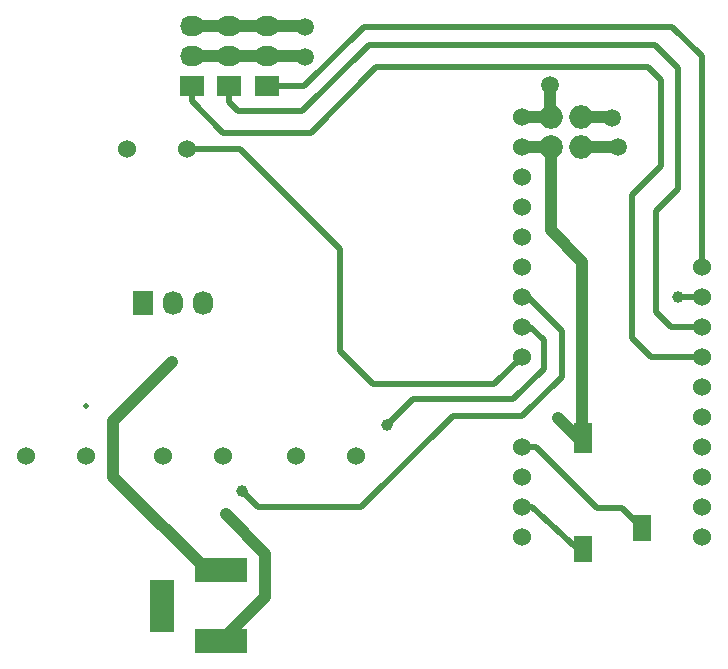
<source format=gbr>
G04 #@! TF.FileFunction,Copper,L1,Top,Signal*
%FSLAX46Y46*%
G04 Gerber Fmt 4.6, Leading zero omitted, Abs format (unit mm)*
G04 Created by KiCad (PCBNEW (after 2015-may-01 BZR unknown)-product) date 2015/10/21 19:15:41*
%MOMM*%
G01*
G04 APERTURE LIST*
%ADD10C,0.100000*%
%ADD11C,1.524000*%
%ADD12C,2.000000*%
%ADD13O,2.000000X2.000000*%
%ADD14R,2.000000X4.500000*%
%ADD15R,4.500000X2.000000*%
%ADD16R,1.727200X2.032000*%
%ADD17O,1.727200X2.032000*%
%ADD18R,2.032000X1.727200*%
%ADD19O,2.032000X1.727200*%
%ADD20R,1.500000X2.200000*%
%ADD21R,1.600000X2.200000*%
%ADD22R,1.500000X2.500000*%
%ADD23C,1.000000*%
%ADD24C,1.500000*%
%ADD25C,0.500000*%
%ADD26C,1.000000*%
G04 APERTURE END LIST*
D10*
D11*
X98933000Y-118478300D03*
X104013000Y-118478300D03*
D12*
X143319500Y-92329000D03*
D13*
X143319500Y-89789000D03*
X145859500Y-92329000D03*
X145859500Y-89789000D03*
D14*
X110419740Y-131154320D03*
D15*
X115394740Y-134179320D03*
X115394740Y-128179320D03*
D16*
X108770420Y-105521760D03*
D17*
X111310420Y-105521760D03*
X113850420Y-105521760D03*
D18*
X119316500Y-87198200D03*
D19*
X119316500Y-84658200D03*
X119316500Y-82118200D03*
D18*
X116116100Y-87185500D03*
D19*
X116116100Y-84645500D03*
X116116100Y-82105500D03*
D18*
X112928400Y-87198200D03*
D19*
X112928400Y-84658200D03*
X112928400Y-82118200D03*
D11*
X110477300Y-118478300D03*
X115557300Y-118478300D03*
X121805700Y-118491000D03*
X126885700Y-118491000D03*
X107480100Y-92494100D03*
X112560100Y-92494100D03*
X156121100Y-117703600D03*
X156121100Y-102463600D03*
X140881100Y-89763600D03*
X140881100Y-92303600D03*
X140881100Y-94843600D03*
X140881100Y-97383600D03*
X140881100Y-99923600D03*
X140881100Y-102463600D03*
X140881100Y-125323600D03*
X140881100Y-122783600D03*
X140881100Y-120243600D03*
X140881100Y-117703600D03*
X140881100Y-110083600D03*
X140881100Y-107543600D03*
X140881100Y-105003600D03*
X156121100Y-102463600D03*
X156121100Y-105003600D03*
X156121100Y-107543600D03*
X156121100Y-110083600D03*
X156121100Y-112623600D03*
X156121100Y-115163600D03*
X156121100Y-120243600D03*
X156121100Y-122783600D03*
X156121100Y-125323600D03*
D20*
X151064600Y-124550600D03*
D21*
X146064600Y-126350600D03*
D22*
X146064600Y-116950600D03*
D23*
X143941800Y-115252500D03*
X115824000Y-123418600D03*
X111252000Y-110515400D03*
D24*
X143294100Y-87096600D03*
X149047200Y-92367100D03*
X122529600Y-82143600D03*
X122491500Y-84721700D03*
X148559520Y-89839800D03*
D23*
X154089100Y-105003600D03*
X117221000Y-121475500D03*
X129476500Y-115900200D03*
D25*
X103987600Y-114223800D02*
X104013000Y-114249200D01*
D26*
X146001100Y-117014100D02*
X145703400Y-117014100D01*
X145703400Y-117014100D02*
X143941800Y-115252500D01*
X115824000Y-123418600D02*
X119164100Y-126758700D01*
X119164100Y-126758700D02*
X119164100Y-127127000D01*
D25*
X143294100Y-92303600D02*
X143319500Y-92329000D01*
X121805700Y-118071900D02*
X121805700Y-118491000D01*
X146001100Y-117014100D02*
X146001100Y-117045100D01*
D26*
X146001100Y-102046400D02*
X146001100Y-117014100D01*
X143319500Y-99364800D02*
X146001100Y-102046400D01*
X143319500Y-92329000D02*
X143319500Y-99364800D01*
D25*
X98945700Y-118478300D02*
X98933000Y-118478300D01*
X121805700Y-118491000D02*
X121767600Y-118491000D01*
D26*
X119164100Y-130409960D02*
X115394740Y-134179320D01*
X119164100Y-127127000D02*
X119164100Y-130409960D01*
D25*
X110477300Y-118478300D02*
X110515400Y-118478300D01*
X110477300Y-118478300D02*
X110439200Y-118478300D01*
D26*
X106273600Y-116154200D02*
X106273600Y-120239280D01*
X106273600Y-120239280D02*
X114721640Y-128687320D01*
X106273600Y-115493800D02*
X106273600Y-116154200D01*
X111252000Y-110515400D02*
X106273600Y-115493800D01*
D25*
X143294100Y-89763600D02*
X143319500Y-89789000D01*
D26*
X140881100Y-89763600D02*
X143294100Y-89763600D01*
D25*
X143294100Y-89763600D02*
X143319500Y-89789000D01*
D26*
X143294100Y-89763600D02*
X143294100Y-87096600D01*
D25*
X149286600Y-122871100D02*
X149385100Y-122871100D01*
X140881100Y-117703600D02*
X142100300Y-117703600D01*
X147267800Y-122871100D02*
X149286600Y-122871100D01*
X142100300Y-117703600D02*
X147267800Y-122871100D01*
X149385100Y-122871100D02*
X151064600Y-124550600D01*
X141770600Y-122783600D02*
X145999200Y-126705360D01*
X140881100Y-122783600D02*
X141770600Y-122783600D01*
D26*
X140881100Y-92303600D02*
X143294100Y-92303600D01*
D25*
X122478800Y-87198200D02*
X127533400Y-82143600D01*
X156121100Y-84658200D02*
X156121100Y-102463600D01*
X153606500Y-82143600D02*
X156121100Y-84658200D01*
X127533400Y-82143600D02*
X153606500Y-82143600D01*
X119316500Y-87198200D02*
X122478800Y-87198200D01*
X156121100Y-107543600D02*
X153504900Y-107543600D01*
X152285700Y-97726500D02*
X154101800Y-95910400D01*
X152285700Y-106324400D02*
X152285700Y-97726500D01*
X153504900Y-107543600D02*
X152285700Y-106324400D01*
X154101800Y-95910400D02*
X154101800Y-85623400D01*
X152133300Y-83654900D02*
X154101800Y-85623400D01*
X116116100Y-88544400D02*
X116116100Y-87185500D01*
X127977900Y-83654900D02*
X152133300Y-83654900D01*
X122313700Y-89319100D02*
X127977900Y-83654900D01*
X116890800Y-89319100D02*
X122313700Y-89319100D01*
X116116100Y-88544400D02*
X116890800Y-89319100D01*
X150202900Y-108483400D02*
X151803100Y-110083600D01*
X151803100Y-110083600D02*
X156121100Y-110083600D01*
X112928400Y-88430100D02*
X115608100Y-91109800D01*
X115608100Y-91109800D02*
X123012200Y-91109800D01*
X123012200Y-91109800D02*
X128549400Y-85572600D01*
X128549400Y-85572600D02*
X151549100Y-85572600D01*
X112928400Y-87198200D02*
X112928400Y-88430100D01*
X151549100Y-85572600D02*
X152666700Y-86690200D01*
X152666700Y-93929200D02*
X152666700Y-86690200D01*
X150202900Y-96393000D02*
X152666700Y-93929200D01*
X150202900Y-108432600D02*
X150202900Y-96393000D01*
X150202900Y-108432600D02*
X150202900Y-108483400D01*
D26*
X112928400Y-82118200D02*
X119316500Y-82118200D01*
X149009100Y-92329000D02*
X145859500Y-92329000D01*
X149047200Y-92367100D02*
X149009100Y-92329000D01*
X122504200Y-82118200D02*
X122529600Y-82143600D01*
X119316500Y-82118200D02*
X122504200Y-82118200D01*
X145859500Y-89789000D02*
X148508720Y-89789000D01*
X122428000Y-84658200D02*
X119316500Y-84658200D01*
X122428000Y-84658200D02*
X122491500Y-84721700D01*
X148508720Y-89789000D02*
X148559520Y-89839800D01*
X112928400Y-84658200D02*
X119316500Y-84658200D01*
D25*
X156121100Y-105003600D02*
X154089100Y-105003600D01*
X117221000Y-121475500D02*
X118579900Y-122834400D01*
X118579900Y-122834400D02*
X119913400Y-122834400D01*
X127304800Y-122834400D02*
X119913400Y-122834400D01*
X135039100Y-115100100D02*
X127304800Y-122834400D01*
X140931900Y-115100100D02*
X135039100Y-115100100D01*
X144246600Y-111785400D02*
X140931900Y-115100100D01*
X144246600Y-107873800D02*
X144246600Y-111785400D01*
X144246600Y-107873800D02*
X141376400Y-105003600D01*
X140881100Y-105003600D02*
X141376400Y-105003600D01*
X142722600Y-108661200D02*
X141605000Y-107543600D01*
X142722600Y-108661200D02*
X142722600Y-111099600D01*
X142722600Y-111099600D02*
X140157200Y-113665000D01*
X140157200Y-113665000D02*
X131711700Y-113665000D01*
X129476500Y-115900200D02*
X131711700Y-113665000D01*
X140881100Y-107543600D02*
X141605000Y-107543600D01*
X116992400Y-92494100D02*
X125463300Y-100965000D01*
X125463300Y-100965000D02*
X125463300Y-109613700D01*
X125463300Y-109613700D02*
X128282700Y-112433100D01*
X128282700Y-112433100D02*
X138531600Y-112433100D01*
X138531600Y-112433100D02*
X140881100Y-110083600D01*
X112560100Y-92494100D02*
X116992400Y-92494100D01*
M02*

</source>
